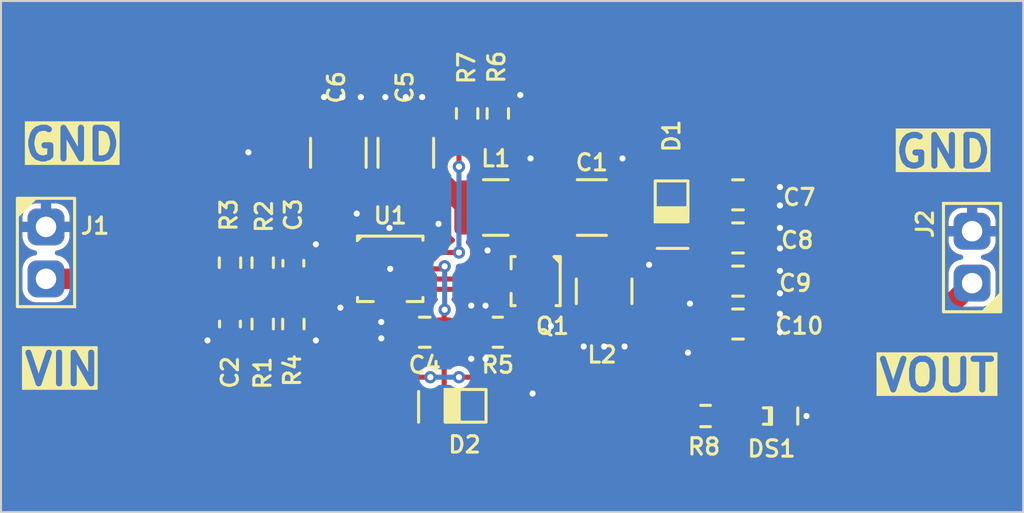
<source format=kicad_pcb>
(kicad_pcb (version 20221018) (generator pcbnew)
  (layers (0 "F.Cu" signal) (31 "B.Cu" signal) (34 "B.Paste" user) (35 "F.Paste" user) (36 "B.SilkS" user "B.Silkscreen") (37 "F.SilkS" user "F.Silkscreen") (38 "B.Mask" user) (39 "F.Mask" user) (44 "Edge.Cuts" user))
  (net 0 "")
  (net 1 "Net-(Q1-D)")
  (net 2 "Net-(C1-Pad2)")
  (net 3 "Net-(C2-Pad1)")
  (net 4 "GND")
  (net 5 "Net-(U1-SS)")
  (net 6 "Net-(U1-INT_VCC)")
  (net 7 "+BATT")
  (net 8 "+12V")
  (net 9 "Net-(DS1-A)")
  (net 10 "Net-(Q1-G)")
  (net 11 "Net-(Q1-S)")
  (net 12 "Net-(U1-FBX)")
  (net 13 "Net-(U1-VC)")
  (net 14 "Net-(U1-RT)")
  (net 15 "Net-(U1-SHDN{slash}UVLO)")
  (footprint "R_Resistor:R_0603" (layer "F.Cu") (at 59.5 51.3 90)
    (fp_text reference "R2" (at 2.2675 0.07 90) (layer "F.SilkS") (effects (font (size 0.8 0.8))))
    (fp_text value "10K" hide)
    (fp_line (start -0.237258 -0.5225) (end 0.237258 -0.5225) (stroke (width 0.15)) (layer "F.SilkS"))
    (fp_line (start -0.237258 0.5225) (end 0.237258 0.5225) (stroke (width 0.15)) (layer "F.SilkS"))
    (pad "1" smd roundrect (at -0.825 0 90) (size 0.8 0.95) (layers "F.Cu" "F.Paste" "F.Mask") (net 12 "Net-(U1-FBX)"))
    (pad "2" smd roundrect (at 0.825 0 90) (size 0.8 0.95) (layers "F.Cu" "F.Paste" "F.Mask") (net 4 "GND"))
  )
  (footprint "C_Capacitor:C_1210" (layer "F.Cu") (at 75.6 48.6)
    (fp_text reference "C1" (at 0 -2.2) (layer "F.SilkS") (effects (font (size 0.8 0.8))))
    (fp_text value "2.2u" hide)
    (fp_line (start -0.711252 -1.36) (end 0.711252 -1.36) (stroke (width 0.15)) (layer "F.SilkS"))
    (fp_line (start -0.711252 1.36) (end 0.711252 1.36) (stroke (width 0.15)) (layer "F.SilkS"))
    (pad "1" smd roundrect (at -1.475 0) (size 1.15 2.7) (layers "F.Cu" "F.Paste" "F.Mask") (roundrect_rratio 0.217391) (net 1 "Net-(Q1-D)"))
    (pad "2" smd roundrect (at 1.475 0) (size 1.15 2.7) (layers "F.Cu" "F.Paste" "F.Mask") (roundrect_rratio 0.217391) (net 2 "Net-(C1-Pad2)"))
  )
  (footprint "R_Resistor:R_0805" (layer "F.Cu") (at 71 54.7 180)
    (fp_text reference "R5" (at 0 -1.6) (layer "F.SilkS") (effects (font (size 0.8 0.8))))
    (fp_text value "12mR" hide)
    (fp_line (start -0.227064 -0.735) (end 0.227064 -0.735) (stroke (width 0.15)) (layer "F.SilkS"))
    (fp_line (start -0.227064 0.735) (end 0.227064 0.735) (stroke (width 0.15)) (layer "F.SilkS"))
    (pad "1" smd roundrect (at -0.9125 0 180) (size 1.025 1.4) (layers "F.Cu" "F.Paste" "F.Mask") (roundrect_rratio 0.243902) (net 11 "Net-(Q1-S)"))
    (pad "2" smd roundrect (at 0.9125 0 180) (size 1.025 1.4) (layers "F.Cu" "F.Paste" "F.Mask") (roundrect_rratio 0.243902) (net 4 "GND"))
  )
  (footprint "C_Capacitor:C_0805" (layer "F.Cu") (at 82.75 52.2)
    (fp_text reference "C9" (at 2.8 0.1) (layer "F.SilkS") (effects (font (size 0.8 0.8))))
    (fp_text value "10u" hide)
    (fp_line (start -0.261252 -0.735) (end 0.261252 -0.735) (stroke (width 0.15)) (layer "F.SilkS"))
    (fp_line (start -0.261252 0.735) (end 0.261252 0.735) (stroke (width 0.15)) (layer "F.SilkS"))
    (pad "1" smd roundrect (at -0.95 0) (size 1 1.45) (layers "F.Cu" "F.Paste" "F.Mask") (net 8 "+12V"))
    (pad "2" smd roundrect (at 0.95 0) (size 1 1.45) (layers "F.Cu" "F.Paste" "F.Mask") (net 4 "GND"))
  )
  (footprint "C_Capacitor:C_1210" (layer "F.Cu") (at 63.2 45.925 -90)
    (fp_text reference "C6" (at -3.2 0.1 90) (layer "F.SilkS") (effects (font (size 0.8 0.8))))
    (fp_text value "2.2u" hide)
    (fp_line (start -0.711252 -1.36) (end 0.711252 -1.36) (stroke (width 0.15)) (layer "F.SilkS"))
    (fp_line (start -0.711252 1.36) (end 0.711252 1.36) (stroke (width 0.15)) (layer "F.SilkS"))
    (pad "1" smd roundrect (at -1.475 0 270) (size 1.15 2.7) (layers "F.Cu" "F.Paste" "F.Mask") (roundrect_rratio 0.217391) (net 4 "GND"))
    (pad "2" smd roundrect (at 1.475 0 270) (size 1.15 2.7) (layers "F.Cu" "F.Paste" "F.Mask") (roundrect_rratio 0.217391) (net 7 "+BATT"))
  )
  (footprint "L_Inductor:L_1210" (layer "F.Cu") (at 76.2 52.7 -90)
    (fp_text reference "L2" (at 3.1 0.1 unlocked) (layer "F.SilkS") (effects (font (size 0.8 0.8))))
    (fp_text value "10uH" hide)
    (fp_line (start -0.602064 -1.36) (end 0.602064 -1.36) (stroke (width 0.15)) (layer "F.SilkS"))
    (fp_line (start -0.602064 1.36) (end 0.602064 1.36) (stroke (width 0.15)) (layer "F.SilkS"))
    (pad "1" smd roundrect (at -1.4 0 270) (size 1.25 2.65) (layers "F.Cu" "F.Paste" "F.Mask") (roundrect_rratio 0.2) (net 2 "Net-(C1-Pad2)"))
    (pad "2" smd roundrect (at 1.4 0 270) (size 1.25 2.65) (layers "F.Cu" "F.Paste" "F.Mask") (roundrect_rratio 0.2) (net 4 "GND"))
  )
  (footprint "C_Capacitor:C_0805" (layer "F.Cu") (at 82.75 47.98)
    (fp_text reference "C7" (at 3 0.12) (layer "F.SilkS") (effects (font (size 0.8 0.8))))
    (fp_text value "10u" hide)
    (fp_line (start -0.261252 -0.735) (end 0.261252 -0.735) (stroke (width 0.15)) (layer "F.SilkS"))
    (fp_line (start -0.261252 0.735) (end 0.261252 0.735) (stroke (width 0.15)) (layer "F.SilkS"))
    (pad "1" smd roundrect (at -0.95 0) (size 1 1.45) (layers "F.Cu" "F.Paste" "F.Mask") (net 8 "+12V"))
    (pad "2" smd roundrect (at 0.95 0) (size 1 1.45) (layers "F.Cu" "F.Paste" "F.Mask") (net 4 "GND"))
  )
  (footprint "R_Resistor:R_0603" (layer "F.Cu") (at 81.1625 58.8)
    (fp_text reference "R8" (at -0.075 1.5) (layer "F.SilkS") (effects (font (size 0.8 0.8))))
    (fp_text value "10K" hide)
    (fp_line (start -0.237258 -0.5225) (end 0.237258 -0.5225) (stroke (width 0.15)) (layer "F.SilkS"))
    (fp_line (start -0.237258 0.5225) (end 0.237258 0.5225) (stroke (width 0.15)) (layer "F.SilkS"))
    (pad "1" smd roundrect (at -0.825 0) (size 0.8 0.95) (layers "F.Cu" "F.Paste" "F.Mask") (net 8 "+12V"))
    (pad "2" smd roundrect (at 0.825 0) (size 0.8 0.95) (layers "F.Cu" "F.Paste" "F.Mask") (net 9 "Net-(DS1-A)"))
  )
  (footprint "R_Resistor:R_0603" (layer "F.Cu") (at 59.5 54.3 90)
    (fp_text reference "R1" (at -2.4 0 90) (layer "F.SilkS") (effects (font (size 0.8 0.8))))
    (fp_text value "68K" hide)
    (fp_line (start -0.237258 -0.5225) (end 0.237258 -0.5225) (stroke (width 0.15)) (layer "F.SilkS"))
    (fp_line (start -0.237258 0.5225) (end 0.237258 0.5225) (stroke (width 0.15)) (layer "F.SilkS"))
    (pad "1" smd roundrect (at -0.825 0 90) (size 0.8 0.95) (layers "F.Cu" "F.Paste" "F.Mask") (net 8 "+12V"))
    (pad "2" smd roundrect (at 0.825 0 90) (size 0.8 0.95) (layers "F.Cu" "F.Paste" "F.Mask") (net 12 "Net-(U1-FBX)"))
  )
  (footprint "R_Resistor:R_0603" (layer "F.Cu") (at 71 44 90)
    (fp_text reference "R6" (at 2.2675 -0.06 90) (layer "F.SilkS") (effects (font (size 0.8 0.8))))
    (fp_text value "33K" hide)
    (fp_line (start -0.237258 -0.5225) (end 0.237258 -0.5225) (stroke (width 0.15)) (layer "F.SilkS"))
    (fp_line (start -0.237258 0.5225) (end 0.237258 0.5225) (stroke (width 0.15)) (layer "F.SilkS"))
    (pad "1" smd roundrect (at -0.825 0 90) (size 0.8 0.95) (layers "F.Cu" "F.Paste" "F.Mask") (net 15 "Net-(U1-SHDN{slash}UVLO)"))
    (pad "2" smd roundrect (at 0.825 0 90) (size 0.8 0.95) (layers "F.Cu" "F.Paste" "F.Mask") (net 4 "GND"))
  )
  (footprint "C_Capacitor:C_0603" (layer "F.Cu") (at 61 51.325 90)
    (fp_text reference "C3" (at 2.3675 -0.01 90) (layer "F.SilkS") (effects (font (size 0.8 0.8))))
    (fp_text value "470n" hide)
    (fp_line (start -0.14058 -0.51) (end 0.14058 -0.51) (stroke (width 0.15)) (layer "F.SilkS"))
    (fp_line (start -0.14058 0.51) (end 0.14058 0.51) (stroke (width 0.15)) (layer "F.SilkS"))
    (pad "1" smd roundrect (at -0.775 0 90) (size 0.9 0.95) (layers "F.Cu" "F.Paste" "F.Mask") (net 5 "Net-(U1-SS)"))
    (pad "2" smd roundrect (at 0.775 0 90) (size 0.9 0.95) (layers "F.Cu" "F.Paste" "F.Mask") (net 4 "GND"))
  )
  (footprint "C_Capacitor:C_0805" (layer "F.Cu") (at 67.425 54.7 180)
    (fp_text reference "C4" (at 0 -1.6) (layer "F.SilkS") (effects (font (size 0.8 0.8))))
    (fp_text value "10u" hide)
    (fp_line (start -0.261252 -0.735) (end 0.261252 -0.735) (stroke (width 0.15)) (layer "F.SilkS"))
    (fp_line (start -0.261252 0.735) (end 0.261252 0.735) (stroke (width 0.15)) (layer "F.SilkS"))
    (pad "1" smd roundrect (at -0.95 0 180) (size 1 1.45) (layers "F.Cu" "F.Paste" "F.Mask") (net 6 "Net-(U1-INT_VCC)"))
    (pad "2" smd roundrect (at 0.95 0 180) (size 1 1.45) (layers "F.Cu" "F.Paste" "F.Mask") (net 4 "GND"))
  )
  (footprint "DS_LED:DS_0603" (layer "F.Cu") (at 84.1875 58.8 180)
    (fp_text reference "DS1" (at -0.2 -1.6) (layer "F.SilkS") (effects (font (size 0.8 0.8))))
    (fp_text value "LED,GRN" hide)
    (fp_line (start -1.485 -0.4) (end -1.485 0.4) (stroke (width 0.15)) (layer "F.SilkS"))
    (fp_line (start -0.2 -0.4) (end 0.2 -0.4) (stroke (width 0.15)) (layer "F.SilkS"))
    (fp_line (start -0.2 0.4) (end 0.2 0.4) (stroke (width 0.15)) (layer "F.SilkS"))
    (fp_rect (start -0.2 -0.4) (end -0.1 0.4) (stroke (width 0.15)) (fill solid) (layer "F.SilkS"))
    (pad "1" smd roundrect (at -0.7875 0 180) (size 0.875 0.95) (layers "F.Cu" "F.Paste" "F.Mask") (net 4 "GND"))
    (pad "2" smd roundrect (at 0.7875 0 180) (size 0.875 0.95) (layers "F.Cu" "F.Paste" "F.Mask") (net 9 "Net-(DS1-A)"))
  )
  (footprint "D_Diode:D_SOD_123" (layer "F.Cu") (at 79.5 48.3 90)
    (fp_text reference "D1" (at 3.2 0 90) (layer "F.SilkS") (effects (font (size 0.8 0.8))))
    (fp_text value "DSS110U" hide)
    (fp_line (start -2.3 -0.7) (end -2.3 0.8) (stroke (width 0.15)) (layer "F.SilkS"))
    (fp_rect (start -1 -0.8) (end -0.3 0.8) (stroke (width 0.12)) (fill solid) (layer "F.SilkS"))
    (fp_rect (start -1 -0.8) (end 1 0.8) (stroke (width 0.15)) (fill none) (layer "F.SilkS"))
    (pad "1" smd roundrect (at -1.65 0 90) (size 0.9 1.2) (layers "F.Cu" "F.Paste" "F.Mask") (net 8 "+12V"))
    (pad "2" smd roundrect (at 1.65 0 90) (size 0.9 1.2) (layers "F.Cu" "F.Paste" "F.Mask") (net 2 "Net-(C1-Pad2)"))
  )
  (footprint "C_Capacitor:C_0805" (layer "F.Cu") (at 82.75 50.09)
    (fp_text reference "C8" (at 2.9 0.11) (layer "F.SilkS") (effects (font (size 0.8 0.8))))
    (fp_text value "10u" hide)
    (fp_line (start -0.261252 -0.735) (end 0.261252 -0.735) (stroke (width 0.15)) (layer "F.SilkS"))
    (fp_line (start -0.261252 0.735) (end 0.261252 0.735) (stroke (width 0.15)) (layer "F.SilkS"))
    (pad "1" smd roundrect (at -0.95 0) (size 1 1.45) (layers "F.Cu" "F.Paste" "F.Mask") (net 8 "+12V"))
    (pad "2" smd roundrect (at 0.95 0) (size 1 1.45) (layers "F.Cu" "F.Paste" "F.Mask") (net 4 "GND"))
  )
  (footprint "J_Connector:Pins-2.54-1x2" (layer "F.Cu") (at 94.2 52.3 180)
    (fp_text reference "J2" (at 2.3 2.9 90 unlocked) (layer "F.SilkS") (effects (font (size 0.8 0.8))))
    (fp_text value "Pins_2.54_1x2" hide)
    (fp_rect (start 1.4 3.9) (end -1.4 -1.4) (stroke (width 0.15)) (fill none) (layer "F.SilkS"))
    (fp_poly (pts (xy -1.4 -0.5) (xy -1.4 -1.4) (xy -0.5 -1.4)) (stroke (width 0.12)) (fill solid) (layer "F.SilkS"))
    (pad "1" thru_hole roundrect (at 0 0 180) (size 1.8 1.8) (drill 1) (layers "*.Cu" "*.Mask") (net 8 "+12V"))
    (pad "2" thru_hole roundrect (at 0 2.54 180) (size 1.8 1.8) (drill 1) (layers "*.Cu" "*.Mask") (net 4 "GND"))
  )
  (footprint "C_Capacitor:C_0805" (layer "F.Cu") (at 82.75 54.3)
    (fp_text reference "C10" (at 3 0.09) (layer "F.SilkS") (effects (font (size 0.8 0.8))))
    (fp_text value "10u" hide)
    (fp_line (start -0.261252 -0.735) (end 0.261252 -0.735) (stroke (width 0.15)) (layer "F.SilkS"))
    (fp_line (start -0.261252 0.735) (end 0.261252 0.735) (stroke (width 0.15)) (layer "F.SilkS"))
    (pad "1" smd roundrect (at -0.95 0) (size 1 1.45) (layers "F.Cu" "F.Paste" "F.Mask") (net 8 "+12V"))
    (pad "2" smd roundrect (at 0.95 0) (size 1 1.45) (layers "F.Cu" "F.Paste" "F.Mask") (net 4 "GND"))
  )
  (footprint "L_Inductor:L_1210" (layer "F.Cu") (at 70.9 48.6)
    (fp_text reference "L1" (at 0 -2.4 unlocked) (layer "F.SilkS") (effects (font (size 0.8 0.8))))
    (fp_text value "10uH" hide)
    (fp_line (start -0.602064 -1.36) (end 0.602064 -1.36) (stroke (width 0.15)) (layer "F.SilkS"))
    (fp_line (start -0.602064 1.36) (end 0.602064 1.36) (stroke (width 0.15)) (layer "F.SilkS"))
    (pad "1" smd roundrect (at -1.4 0) (size 1.25 2.65) (layers "F.Cu" "F.Paste" "F.Mask") (roundrect_rratio 0.2) (net 7 "+BATT"))
    (pad "2" smd roundrect (at 1.4 0) (size 1.25 2.65) (layers "F.Cu" "F.Paste" "F.Mask") (roundrect_rratio 0.2) (net 1 "Net-(Q1-D)"))
  )
  (footprint "R_Resistor:R_0603" (layer "F.Cu") (at 61 54.3 -90)
    (fp_text reference "R4" (at 2.2675 0.05 90) (layer "F.SilkS") (effects (font (size 0.8 0.8))))
    (fp_text value "42K" hide)
    (fp_line (start -0.237258 -0.5225) (end 0.237258 -0.5225) (stroke (width 0.15)) (layer "F.SilkS"))
    (fp_line (start -0.237258 0.5225) (end 0.237258 0.5225) (stroke (width 0.15)) (layer "F.SilkS"))
    (pad "1" smd roundrect (at -0.825 0 270) (size 0.8 0.95) (layers "F.Cu" "F.Paste" "F.Mask") (net 14 "Net-(U1-RT)"))
    (pad "2" smd roundrect (at 0.825 0 270) (size 0.8 0.95) (layers "F.Cu" "F.Paste" "F.Mask") (net 4 "GND"))
  )
  (footprint "Q_MOSFET:U-DFN2020-6" (layer "F.Cu") (at 72.85 52.2 180)
    (fp_text reference "Q1" (at -0.825 -2.2 unlocked) (layer "F.SilkS") (effects (font (size 0.8 0.8))))
    (fp_text value "AON2290" hide)
    (fp_line (start -1.2 -1.2) (end -1 -1.2) (stroke (width 0.15)) (layer "F.SilkS"))
    (fp_line (start -1.2 1.2) (end -1.2 -1.2) (stroke (width 0.15)) (layer "F.SilkS"))
    (fp_line (start 1 -1.2) (end 1.2 -1.2) (stroke (width 0.15)) (layer "F.SilkS"))
    (fp_line (start 1.2 -1.2) (end 1.2 -0.6) (stroke (width 0.15)) (layer "F.SilkS"))
    (fp_line (start 1.2 0.6) (end 1.2 1.2) (stroke (width 0.15)) (layer "F.SilkS"))
    (fp_line (start 1.2 1.2) (end 1 1.2) (stroke (width 0.15)) (layer "F.SilkS"))
    (fp_poly (pts (xy -0.9 1.2) (xy -1.2 1.2) (xy -1.2 0.9)) (stroke (width 0.15)) (fill solid) (layer "F.SilkS"))
    (pad "1" smd roundrect (at 0.65 0.9 270) (size 0.5 0.4) (layers "F.Cu" "F.Paste" "F.Mask") (net 10 "Net-(Q1-G)"))
    (pad "2" smd roundrect (at 0.65 -0.9 270) (size 0.5 0.4) (layers "F.Cu" "F.Paste" "F.Mask") (net 11 "Net-(Q1-S)"))
    (pad "2" smd roundrect (at 0.65 0 270) (size 0.9 0.285) (layers "F.Cu" "F.Paste" "F.Mask") (net 11 "Net-(Q1-S)"))
    (pad "3" smd roundrect (at -0.65 -0.9 270) (size 0.5 0.4) (layers "F.Cu" "F.Paste" "F.Mask") (net 1 "Net-(Q1-D)"))
    (pad "3" smd roundrect (at -0.65 0.9 270) (size 0.5 0.4) (layers "F.Cu" "F.Paste" "F.Mask") (net 1 "Net-(Q1-D)"))
    (pad "3" smd rect (at -0.325 0 270) (size 1.6 1.05) (layers "F.Cu" "F.Mask") (net 1 "Net-(Q1-D)"))
    (pad "3" smd roundrect (at 0 -0.9 270) (size 0.5 0.4) (layers "F.Cu" "F.Paste" "F.Mask") (net 1 "Net-(Q1-D)"))
    (pad "3" smd roundrect (at 0 0.9 270) (size 0.5 0.4) (layers "F.Cu" "F.Paste" "F.Mask") (net 1 "Net-(Q1-D)"))
  )
  (footprint "U_IC:DFN10_05_3x3_EP" (layer "F.Cu") (at 65.7375 51.6)
    (fp_text reference "U1" (at 0 -2.6 unlocked) (layer "F.SilkS") (effects (font (size 0.8 0.8))))
    (fp_text value "LT3758EDD" hide)
    (fp_line (start -1.6 -1.6) (end 1.6 -1.6) (stroke (width 0.15)) (layer "F.SilkS"))
    (fp_line (start -1.6 1.6) (end -1.6 1.4) (stroke (width 0.15)) (layer "F.SilkS"))
    (fp_line (start -1.6 1.6) (end -0.825 1.6) (stroke (width 0.15)) (layer "F.SilkS"))
    (fp_line (start 1.6 -1.6) (end 1.6 -1.4) (stroke (width 0.15)) (layer "F.SilkS"))
    (fp_line (start 1.6 1.6) (end 0.825 1.6) (stroke (width 0.15)) (layer "F.SilkS"))
    (fp_line (start 1.6 1.6) (end 1.6 1.4) (stroke (width 0.15)) (layer "F.SilkS"))
    (fp_poly (pts (xy -1.4 -1.6) (xy -1.6 -1.4) (xy -1.6 -1.6)) (stroke (width 0.15)) (fill solid) (layer "F.SilkS"))
    (pad "1" smd oval (at -1.5375 -1) (size 0.65 0.3) (layers "F.Cu" "F.Paste" "F.Mask") (net 13 "Net-(U1-VC)"))
    (pad "2" smd oval (at -1.5375 -0.5) (size 0.65 0.3) (layers "F.Cu" "F.Paste" "F.Mask") (net 12 "Net-(U1-FBX)"))
    (pad "3" smd oval (at -1.5375 0) (size 0.65 0.3) (layers "F.Cu" "F.Paste" "F.Mask") (net 5 "Net-(U1-SS)"))
    (pad "4" smd oval (at -1.5375 0.5) (size 0.65 0.3) (layers "F.Cu" "F.Paste" "F.Mask") (net 14 "Net-(U1-RT)"))
    (pad "5" smd oval (at -1.5375 1) (size 0.65 0.3) (layers "F.Cu" "F.Paste" "F.Mask") (net 4 "GND"))
    (pad "6" smd oval (at 1.5625 1) (size 0.65 0.3) (layers "F.Cu" "F.Paste" "F.Mask") (net 11 "Net-(Q1-S)"))
    (pad "7" smd oval (at 1.5625 0.5) (size 0.65 0.3) (layers "F.Cu" "F.Paste" "F.Mask") (net 10 "Net-(Q1-G)"))
    (pad "8" smd oval (at 1.5625 0) (size 0.65 0.3) (layers "F.Cu" "F.Paste" "F.Mask") (net 6 "Net-(U1-INT_VCC)"))
    (pad "9" smd oval (at 1.5625 -0.5) (size 0.65 0.3) (layers "F.Cu" "F.Paste" "F.Mask") (net 15 "Net-(U1-SHDN{slash}UVLO)"))
    (pad "10" smd oval (at 1.5625 -1) (size 0.65 0.3) (layers "F.Cu" "F.Paste" "F.Mask") (net 7 "+BATT"))
    (pad "11" smd rect (at 0.0125 0) (size 1.55 2.48) (layers "F.Cu" "F.Mask") (net 4 "GND"))
  )
  (footprint "R_Resistor:R_0603" (layer "F.Cu") (at 57.9 51.3 -90)
    (fp_text reference "R3" (at -2.3325 0.06 90) (layer "F.SilkS") (effects (font (size 0.8 0.8))))
    (fp_text value "10K" hide)
    (fp_line (start -0.237258 -0.5225) (end 0.237258 -0.5225) (stroke (width 0.15)) (layer "F.SilkS"))
    (fp_line (start -0.237258 0.5225) (end 0.237258 0.5225) (stroke (width 0.15)) (layer "F.SilkS"))
    (pad "1" smd roundrect (at -0.825 0 270) (size 0.8 0.95) (layers "F.Cu" "F.Paste" "F.Mask") (net 13 "Net-(U1-VC)"))
    (pad "2" smd roundrect (at 0.825 0 270) (size 0.8 0.95) (layers "F.Cu" "F.Paste" "F.Mask") (net 3 "Net-(C2-Pad1)"))
  )
  (footprint "J_Connector:Pins-2.54-1x2" (layer "F.Cu") (at 48.9 49.55)
    (fp_text reference "J1" (at 2.4 -0.05 unlocked) (layer "F.SilkS") (effects (font (size 0.8 0.8))))
    (fp_text value "Pins_2.54_1x2" hide)
    (fp_rect (start 1.4 3.9) (end -1.4 -1.4) (stroke (width 0.15)) (fill none) (layer "F.SilkS"))
    (fp_poly (pts (xy -1.4 -0.5) (xy -1.4 -1.4) (xy -0.5 -1.4)) (stroke (width 0.12)) (fill solid) (layer "F.SilkS"))
    (pad "1" thru_hole roundrect (at 0 0) (size 1.8 1.8) (drill 1) (layers "*.Cu" "*.Mask") (net 4 "GND"))
    (pad "2" thru_hole roundrect (at 0 2.54) (size 1.8 1.8) (drill 1) (layers "*.Cu" "*.Mask") (net 7 "+BATT"))
  )
  (footprint "C_Capacitor:C_1210" (layer "F.Cu") (at 66.5 45.925 -90)
    (fp_text reference "C5" (at -3.2 0.05 90) (layer "F.SilkS") (effects (font (size 0.8 0.8))))
    (fp_text value "2.2u" hide)
    (fp_line (start -0.711252 -1.36) (end 0.711252 -1.36) (stroke (width 0.15)) (layer "F.SilkS"))
    (fp_line (start -0.711252 1.36) (end 0.711252 1.36) (stroke (width 0.15)) (layer "F.SilkS"))
    (pad "1" smd roundrect (at -1.475 0 270) (size 1.15 2.7) (layers "F.Cu" "F.Paste" "F.Mask") (roundrect_rratio 0.217391) (net 4 "GND"))
    (pad "2" smd roundrect (at 1.475 0 270) (size 1.15 2.7) (layers "F.Cu" "F.Paste" "F.Mask") (roundrect_rratio 0.217391) (net 7 "+BATT"))
  )
  (footprint "D_Diode:D_SOD_123" (layer "F.Cu") (at 69.425 58.3)
    (fp_text reference "D2" (at -0.05 1.9) (layer "F.SilkS") (effects (font (size 0.8 0.8))))
    (fp_text value "DSS110U" hide)
    (fp_line (start -2.3 -0.7) (end -2.3 0.8) (stroke (width 0.15)) (layer "F.SilkS"))
    (fp_rect (start -1 -0.8) (end -0.3 0.8) (stroke (width 0.12)) (fill solid) (layer "F.SilkS"))
    (fp_rect (start -1 -0.8) (end 1 0.8) (stroke (width 0.15)) (fill none) (layer "F.SilkS"))
    (pad "1" smd roundrect (at -1.65 0) (size 0.9 1.2) (layers "F.Cu" "F.Paste" "F.Mask") (net 6 "Net-(U1-INT_VCC)"))
    (pad "2" smd roundrect (at 1.65 0) (size 0.9 1.2) (layers "F.Cu" "F.Paste" "F.Mask") (net 8 "+12V"))
  )
  (footprint "C_Capacitor:C_0603" (layer "F.Cu") (at 57.9 54.3 -90)
    (fp_text reference "C2" (at 2.3675 0 90) (layer "F.SilkS") (effects (font (size 0.8 0.8))))
    (fp_text value "10n" hide)
    (fp_line (start -0.14058 -0.51) (end 0.14058 -0.51) (stroke (width 0.15)) (layer "F.SilkS"))
    (fp_line (start -0.14058 0.51) (end 0.14058 0.51) (stroke (width 0.15)) (layer "F.SilkS"))
    (pad "1" smd roundrect (at -0.775 0 270) (size 0.9 0.95) (layers "F.Cu" "F.Paste" "F.Mask") (net 3 "Net-(C2-Pad1)"))
    (pad "2" smd roundrect (at 0.775 0 270) (size 0.9 0.95) (layers "F.Cu" "F.Paste" "F.Mask") (net 4 "GND"))
  )
  (footprint "R_Resistor:R_0603" (layer "F.Cu") (at 69.5 44 -90)
    (fp_text reference "R7" (at -2.2325 0.03 90) (layer "F.SilkS") (effects (font (size 0.8 0.8))))
    (fp_text value "150K" hide)
    (fp_line (start -0.237258 -0.5225) (end 0.237258 -0.5225) (stroke (width 0.15)) (layer "F.SilkS"))
    (fp_line (start -0.237258 0.5225) (end 0.237258 0.5225) (stroke (width 0.15)) (layer "F.SilkS"))
    (pad "1" smd roundrect (at -0.825 0 270) (size 0.8 0.95) (layers "F.Cu" "F.Paste" "F.Mask") (net 7 "+BATT"))
    (pad "2" smd roundrect (at 0.825 0 270) (size 0.8 0.95) (layers "F.Cu" "F.Paste" "F.Mask") (net 15 "Net-(U1-SHDN{slash}UVLO)"))
  )
  (gr_rect (start 46.7 38.5) (end 96.7 63.5) (stroke (width 0.1)) (fill none) (layer "Edge.Cuts"))
  (gr_text "VOUT" (at 89.5 57.7) (layer "F.SilkS" knockout) (effects (font (size 1.5 1.5) (thickness 0.3) bold) (justify left bottom)))
  (gr_text "GND" (at 90.3 46.75) (layer "F.SilkS" knockout) (effects (font (size 1.5 1.5) (thickness 0.3) bold) (justify left bottom)))
  (gr_text "GND" (at 47.7 46.4) (layer "F.SilkS" knockout) (effects (font (size 1.5 1.5) (thickness 0.3) bold) (justify left bottom)))
  (gr_text "VIN" (at 47.7 57.4) (layer "F.SilkS" knockout) (effects (font (size 1.5 1.5) (thickness 0.3) bold) (justify left bottom)))
  (segment (start 73.2 48.6) (end 72.3 48.6) (width 1) (layer "F.Cu") (net 1))
  (segment (start 74.125 48.6) (end 73.2 48.6) (width 1) (layer "F.Cu") (net 1))
  (segment (start 73.175 48.625) (end 73.2 48.6) (width 0.25) (layer "F.Cu") (net 1))
  (segment (start 73.175 52.2) (end 73.175 48.625) (width 1) (layer "F.Cu") (net 1))
  (segment (start 76.2 49.95) (end 76.2 51.3) (width 1) (layer "F.Cu") (net 2))
  (segment (start 79.5 46.65) (end 76.2 49.95) (width 1) (layer "F.Cu") (net 2))
  (segment (start 57.9 53.525) (end 57.9 52.125) (width 0.25) (layer "F.Cu") (net 3))
  (via (at 76.2 55.4) (size 0.6) (drill 0.3) (layers "F.Cu" "B.Cu") (net 4))
  (via (at 70.4 56) (size 0.6) (drill 0.3) (layers "F.Cu" "B.Cu") (net 4))
  (via (at 84.8 51.7) (size 0.6) (drill 0.3) (layers "F.Cu" "B.Cu") (net 4))
  (via (at 63.4 43.2) (size 0.6) (drill 0.3) (layers "F.Cu" "B.Cu") (net 4))
  (via (at 72.1 43.1) (size 0.6) (drill 0.3) (layers "F.Cu" "B.Cu") (net 4))
  (via (at 80.4 53.3) (size 0.6) (drill 0.3) (layers "F.Cu" "B.Cu") (net 4))
  (via (at 72.6 46.2) (size 0.6) (drill 0.3) (layers "F.Cu" "B.Cu") (net 4))
  (via (at 72.7 57.7) (size 0.6) (drill 0.3) (layers "F.Cu" "B.Cu") (net 4))
  (via (at 70.4 53.4) (size 0.6) (drill 0.3) (layers "F.Cu" "B.Cu") (net 4))
  (via (at 65.7375 51.6) (size 0.6) (drill 0.3) (layers "F.Cu" "B.Cu") (net 4))
  (via (at 64.3 43.2) (size 0.6) (drill 0.3) (layers "F.Cu" "B.Cu") (net 4))
  (via (at 62.5 43.2) (size 0.6) (drill 0.3) (layers "F.Cu" "B.Cu") (net 4))
  (via (at 63.3 53.5) (size 0.6) (drill 0.3) (layers "F.Cu" "B.Cu") (net 4))
  (via (at 84.8 49.6) (size 0.6) (drill 0.3) (layers "F.Cu" "B.Cu") (net 4))
  (via (at 64.1 48.9) (size 0.6) (drill 0.3) (layers "F.Cu" "B.Cu") (net 4))
  (via (at 84.8 48.5) (size 0.6) (drill 0.3) (layers "F.Cu" "B.Cu") (net 4))
  (via (at 73.6 54.4) (size 0.6) (drill 0.3) (layers "F.Cu" "B.Cu") (net 4))
  (via (at 58.8 45.9) (size 0.6) (drill 0.3) (layers "F.Cu" "B.Cu") (net 4))
  (via (at 69.7 56) (size 0.6) (drill 0.3) (layers "F.Cu" "B.Cu") (net 4))
  (via (at 78.4 51.4) (size 0.6) (drill 0.3) (layers "F.Cu" "B.Cu") (net 4))
  (via (at 84.8 50.6) (size 0.6) (drill 0.3) (layers "F.Cu" "B.Cu") (net 4))
  (via (at 65.5 43.2) (size 0.6) (drill 0.3) (layers "F.Cu" "B.Cu") (net 4))
  (via (at 86.1 58.8) (size 0.6) (drill 0.3) (layers "F.Cu" "B.Cu") (net 4))
  (via (at 84.8 53.8) (size 0.6) (drill 0.3) (layers "F.Cu" "B.Cu") (net 4))
  (via (at 70.5 50.7) (size 0.6) (drill 0.3) (layers "F.Cu" "B.Cu") (net 4))
  (via (at 80.3 55.7) (size 0.6) (drill 0.3) (layers "F.Cu" "B.Cu") (net 4))
  (via (at 65.3 54.2) (size 0.6) (drill 0.3) (layers "F.Cu" "B.Cu") (net 4))
  (via (at 68.1 49.4) (size 0.6) (drill 0.3) (layers "F.Cu" "B.Cu") (net 4))
  (via (at 56.8 55.1) (size 0.6) (drill 0.3) (layers "F.Cu" "B.Cu") (net 4))
  (via (at 77.1 46.2) (size 0.6) (drill 0.3) (layers "F.Cu" "B.Cu") (net 4))
  (via (at 62.1 50.4) (size 0.6) (drill 0.3) (layers "F.Cu" "B.Cu") (net 4))
  (via (at 84.8 54.7) (size 0.6) (drill 0.3) (layers "F.Cu" "B.Cu") (net 4))
  (via (at 67.3 43.2) (size 0.6) (drill 0.3) (layers "F.Cu" "B.Cu") (net 4))
  (via (at 65.3 55) (size 0.6) (drill 0.3) (layers "F.Cu" "B.Cu") (net 4))
  (via (at 84.8 52.8) (size 0.6) (drill 0.3) (layers "F.Cu" "B.Cu") (net 4))
  (via (at 69.7 53.4) (size 0.6) (drill 0.3) (layers "F.Cu" "B.Cu") (net 4))
  (via (at 66.5 43.2) (size 0.6) (drill 0.3) (layers "F.Cu" "B.Cu") (net 4))
  (via (at 77.2 55.4) (size 0.6) (drill 0.3) (layers "F.Cu" "B.Cu") (net 4))
  (via (at 84.8 47.6) (size 0.6) (drill 0.3) (layers "F.Cu" "B.Cu") (net 4))
  (via (at 62.1 55.1) (size 0.6) (drill 0.3) (layers "F.Cu" "B.Cu") (net 4))
  (via (at 65.7 49.6) (size 0.6) (drill 0.3) (layers "F.Cu" "B.Cu") (net 4))
  (via (at 75.2 55.4) (size 0.6) (drill 0.3) (layers "F.Cu" "B.Cu") (net 4))
  (segment (start 62.2 52.1) (end 61 52.1) (width 0.25) (layer "F.Cu") (net 5))
  (segment (start 64.2 51.6) (end 62.7 51.6) (width 0.25) (layer "F.Cu") (net 5))
  (segment (start 62.7 51.6) (end 62.2 52.1) (width 0.25) (layer "F.Cu") (net 5))
  (segment (start 68.4 51.4755) (end 68.2755 51.6) (width 0.25) (layer "F.Cu") (net 6))
  (segment (start 68.375 54.7) (end 68.375 53.625) (width 0.25) (layer "F.Cu") (net 6))
  (segment (start 67.775 58.3) (end 68.375 57.7) (width 0.25) (layer "F.Cu") (net 6))
  (segment (start 68.2755 51.6) (end 67.3 51.6) (width 0.25) (layer "F.Cu") (net 6))
  (segment (start 68.375 57.7) (end 68.375 54.7) (width 0.25) (layer "F.Cu") (net 6))
  (segment (start 68.375 53.625) (end 68.4 53.6) (width 0.25) (layer "F.Cu") (net 6))
  (via (at 68.4 51.4755) (size 0.6) (drill 0.3) (layers "F.Cu" "B.Cu") (net 6))
  (via (at 68.4 53.6) (size 0.6) (drill 0.3) (layers "F.Cu" "B.Cu") (net 6))
  (segment (start 68.4 53.6) (end 68.4 51.4755) (width 0.25) (layer "B.Cu") (net 6))
  (segment (start 57.6 47.4) (end 53.61 51.39) (width 1) (layer "F.Cu") (net 7))
  (segment (start 68.3 47.4) (end 69.5 48.6) (width 1) (layer "F.Cu") (net 7))
  (segment (start 68.3 44.375) (end 68.3 47.4) (width 0.25) (layer "F.Cu") (net 7))
  (segment (start 63.2 47.4) (end 57.6 47.4) (width 1) (layer "F.Cu") (net 7))
  (segment (start 52.91 52.09) (end 48.9 52.09) (width 1) (layer "F.Cu") (net 7))
  (segment (start 69.5 43.175) (end 68.3 44.375) (width 0.25) (layer "F.Cu") (net 7))
  (segment (start 53.61 51.39) (end 52.91 52.09) (width 1) (layer "F.Cu") (net 7))
  (segment (start 67.3 50.6) (end 67.3 47.7) (width 0.25) (layer "F.Cu") (net 7))
  (segment (start 63.2 47.4) (end 68.3 47.4) (width 1) (layer "F.Cu") (net 7))
  (segment (start 80.3375 57.1625) (end 82.15 55.35) (width 0.25) (layer "F.Cu") (net 8))
  (segment (start 72.3 58.3) (end 72.8 58.8) (width 0.25) (layer "F.Cu") (net 8))
  (segment (start 61.275 56.9) (end 59.5 55.125) (width 0.25) (layer "F.Cu") (net 8))
  (segment (start 81.8 54.3) (end 81.8 47.98) (width 1) (layer "F.Cu") (net 8))
  (segment (start 79.55 50) (end 79.5 49.95) (width 0.25) (layer "F.Cu") (net 8))
  (segment (start 81.8 55) (end 82.15 55.35) (width 1) (layer "F.Cu") (net 8))
  (segment (start 81.8 54.3) (end 81.8 55) (width 1) (layer "F.Cu") (net 8))
  (segment (start 81.8 50.09) (end 81.71 50) (width 0.25) (layer "F.Cu") (net 8))
  (segment (start 80.3 54.3) (end 80.2 54.3) (width 0.25) (layer "F.Cu") (net 8))
  (segment (start 67.7 56.9) (end 61.275 56.9) (width 0.25) (layer "F.Cu") (net 8))
  (segment (start 77.6 56.9) (end 69.1 56.9) (width 0.25) (layer "F.Cu") (net 8))
  (segment (start 80.3375 58.8) (end 80.3375 57.1625) (width 0.25) (layer "F.Cu") (net 8))
  (segment (start 81.8 54.3) (end 80.3 54.3) (width 0.25) (layer "F.Cu") (net 8))
  (segment (start 71.075 58.3) (end 72.3 58.3) (width 0.25) (layer "F.Cu") (net 8))
  (segment (start 81.71 50) (end 79.55 50) (width 1) (layer "F.Cu") (net 8))
  (segment (start 90.775 55.725) (end 94.2 52.3) (width 1) (layer "F.Cu") (net 8))
  (segment (start 82.525 55.725) (end 90.025 55.725) (width 1) (layer "F.Cu") (net 8))
  (segment (start 80.2 54.3) (end 77.6 56.9) (width 0.25) (layer "F.Cu") (net 8))
  (segment (start 72.8 58.8) (end 80.3375 58.8) (width 0.25) (layer "F.Cu") (net 8))
  (segment (start 82.15 55.35) (end 82.525 55.725) (width 1) (layer "F.Cu") (net 8))
  (segment (start 89.5 55.725) (end 90.775 55.725) (width 1) (layer "F.Cu") (net 8))
  (via (at 69.1 56.9) (size 0.6) (drill 0.3) (layers "F.Cu" "B.Cu") (net 8))
  (via (at 67.7 56.9) (size 0.6) (drill 0.3) (layers "F.Cu" "B.Cu") (net 8))
  (segment (start 69.1 56.9) (end 67.7 56.9) (width 0.25) (layer "B.Cu") (net 8))
  (segment (start 81.9875 58.8) (end 83.4 58.8) (width 0.25) (layer "F.Cu") (net 9))
  (segment (start 71.6 51.3) (end 72.2 51.3) (width 0.25) (layer "F.Cu") (net 10))
  (segment (start 70.8 52.1) (end 71.6 51.3) (width 0.25) (layer "F.Cu") (net 10))
  (segment (start 67.3 52.1) (end 70.8 52.1) (width 0.25) (layer "F.Cu") (net 10))
  (segment (start 71.1 53) (end 71.1 53.8875) (width 0.25) (layer "F.Cu") (net 11))
  (segment (start 71.1 53.8875) (end 71.9125 54.7) (width 0.25) (layer "F.Cu") (net 11))
  (segment (start 72.2 54.4125) (end 71.9125 54.7) (width 0.25) (layer "F.Cu") (net 11))
  (segment (start 67.3 52.6) (end 70.7 52.6) (width 0.25) (layer "F.Cu") (net 11))
  (segment (start 70.7 52.6) (end 71.1 53) (width 0.25) (layer "F.Cu") (net 11))
  (segment (start 72.2 52.2) (end 72.2 54.4125) (width 0.3) (layer "F.Cu") (net 11))
  (segment (start 60.3 51.325) (end 59.5 52.125) (width 0.25) (layer "F.Cu") (net 12))
  (segment (start 59.5 52.125) (end 59.5 53.475) (width 0.25) (layer "F.Cu") (net 12))
  (segment (start 61.477817 51.325) (end 60.3 51.325) (width 0.25) (layer "F.Cu") (net 12))
  (segment (start 64.2 51.1) (end 61.702817 51.1) (width 0.25) (layer "F.Cu") (net 12))
  (segment (start 61.702817 51.1) (end 61.477817 51.325) (width 0.25) (layer "F.Cu") (net 12))
  (segment (start 59.075 49.3) (end 62.9 49.3) (width 0.25) (layer "F.Cu") (net 13))
  (segment (start 62.9 49.3) (end 64.2 50.6) (width 0.25) (layer "F.Cu") (net 13))
  (segment (start 57.9 50.475) (end 59.075 49.3) (width 0.25) (layer "F.Cu") (net 13))
  (segment (start 62.836396 52.1) (end 61.461396 53.475) (width 0.25) (layer "F.Cu") (net 14))
  (segment (start 61.461396 53.475) (end 61 53.475) (width 0.25) (layer "F.Cu") (net 14))
  (segment (start 64.2 52.1) (end 62.836396 52.1) (width 0.25) (layer "F.Cu") (net 14))
  (segment (start 67.875 51.1) (end 68.175 50.8) (width 0.25) (layer "F.Cu") (net 15))
  (segment (start 67.3 51.1) (end 67.875 51.1) (width 0.25) (layer "F.Cu") (net 15))
  (segment (start 68.175 50.8) (end 69.1 50.8) (width 0.25) (layer "F.Cu") (net 15))
  (segment (start 69.1 46.6) (end 69.1 45.225) (width 0.25) (layer "F.Cu") (net 15))
  (segment (start 69.1 45.225) (end 69.5 44.825) (width 0.25) (layer "F.Cu") (net 15))
  (segment (start 71 44.825) (end 69.5 44.825) (width 0.25) (layer "F.Cu") (net 15))
  (via (at 69.1 50.8) (size 0.6) (drill 0.3) (layers "F.Cu" "B.Cu") (net 15))
  (via (at 69.1 46.6) (size 0.6) (drill 0.3) (layers "F.Cu" "B.Cu") (net 15))
  (segment (start 69.1 50.8) (end 69.1 46.6) (width 0.25) (layer "B.Cu") (net 15))
  (zone (net 4) (net_name "GND") (layers "F&B.Cu") (name "GND") (priority 1) (connect_pads (clearance 0.25)) (min_thickness 0.25) (fill yes (thermal_gap 0.25) (thermal_bridge_width 0.5))
    (polygon (pts (xy 96.7 38.5) (xy 96.7 63.5) (xy 46.7 63.5) (xy 46.7 38.5)))
  )
)
</source>
